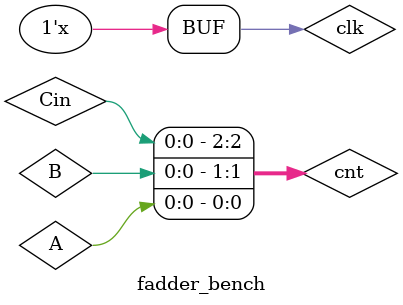
<source format=v>
module fadder_bench();


wire A,B,Cin,S,Cout;

reg clk;

reg [2:0] cnt;


fadder iDUT(.A(A),.B(B),.Cin(Cin),.S(S),.Cout(Cout));

initial begin
  cnt = 0;
  clk = 0;
end

always@(posedge clk)
  cnt = cnt +1;

assign A = cnt[0];
assign B = cnt[1];
assign Cin = cnt[2];

always
#5
clk = ~clk;

endmodule


</source>
